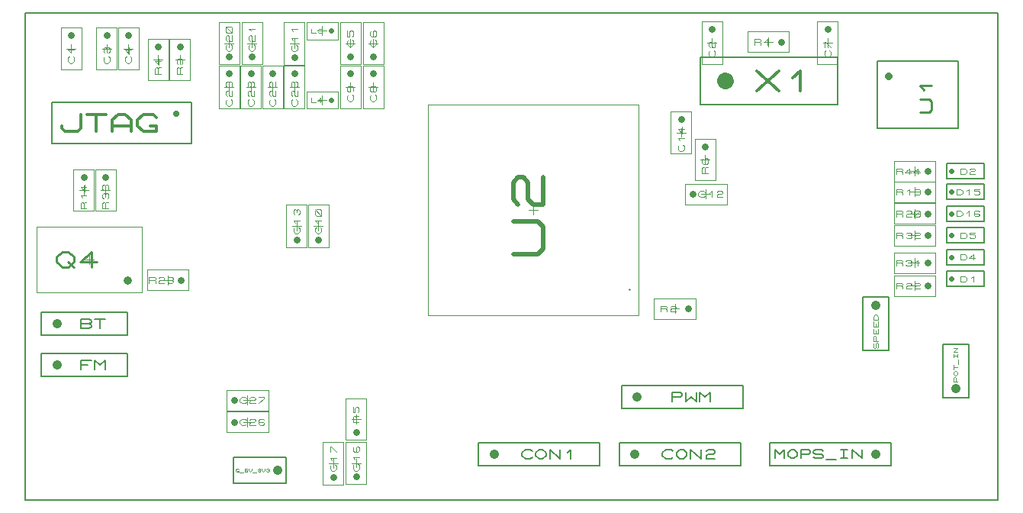
<source format=gbr>
G04 PROTEUS RS274X GERBER FILE*
%FSLAX45Y45*%
%MOMM*%
G01*
%ADD28C,0.203200*%
%ADD73C,0.152400*%
%ADD53C,1.016000*%
%ADD54C,0.071950*%
%ADD55C,0.158690*%
%ADD56C,0.172460*%
%ADD57C,0.053960*%
%ADD58C,0.711200*%
%ADD59C,0.311150*%
%ADD60C,0.050000*%
%ADD61C,0.558800*%
%ADD62C,0.074740*%
%ADD63C,0.891540*%
%ADD64C,0.286640*%
%ADD65C,0.721360*%
%ADD66C,0.107030*%
%ADD67C,0.110370*%
%ADD68C,1.828800*%
%ADD69C,0.355600*%
%ADD74C,0.609600*%
%ADD75C,0.103120*%
%ADD76C,0.228600*%
%ADD77C,0.547860*%
%ADD78C,0.127000*%
%ADD79C,0.812800*%
%ADD80C,0.219140*%
%ADD81C,0.086350*%
D28*
X-1079500Y-6413500D02*
X+9715500Y-6413500D01*
X+9715500Y-1016000D01*
X-1079500Y-1016000D01*
X-1079500Y-6413500D01*
D73*
X+9390380Y-4686250D02*
X+9100820Y-4686250D01*
X+9100820Y-5276750D01*
X+9390380Y-5276750D01*
X+9390380Y-4686250D01*
X+9100820Y-4686250D01*
X+9100820Y-5276750D01*
X+9390380Y-5276750D01*
X+9390380Y-4686250D01*
D53*
X+9245600Y-5181500D02*
X+9245600Y-5181500D01*
D54*
X+9267188Y-5098951D02*
X+9224013Y-5098951D01*
X+9224013Y-5058475D01*
X+9231209Y-5050380D01*
X+9238405Y-5050380D01*
X+9245600Y-5058475D01*
X+9245600Y-5098951D01*
X+9238405Y-5034189D02*
X+9224013Y-5017999D01*
X+9224013Y-5001808D01*
X+9238405Y-4985618D01*
X+9252796Y-4985618D01*
X+9267188Y-5001808D01*
X+9267188Y-5017999D01*
X+9252796Y-5034189D01*
X+9238405Y-5034189D01*
X+9224013Y-4969427D02*
X+9224013Y-4920856D01*
X+9224013Y-4945142D02*
X+9267188Y-4945142D01*
X+9274384Y-4904665D02*
X+9274384Y-4856094D01*
X+9224013Y-4831808D02*
X+9224013Y-4799427D01*
X+9224013Y-4815618D02*
X+9267188Y-4815618D01*
X+9267188Y-4831808D02*
X+9267188Y-4799427D01*
X+9267188Y-4775141D02*
X+9224013Y-4775141D01*
X+9267188Y-4726570D01*
X+9224013Y-4726570D01*
D73*
X+8530870Y-6030900D02*
X+8530870Y-5779440D01*
X+7182130Y-5779440D01*
X+7182130Y-6030900D01*
X+8530870Y-6030900D01*
X+8530870Y-5779440D01*
X+7182130Y-5779440D01*
X+7182130Y-6030900D01*
X+8530870Y-6030900D01*
D53*
X+8356500Y-5905500D02*
X+8356500Y-5905500D01*
D55*
X+7240218Y-5952778D02*
X+7240218Y-5857561D01*
X+7293777Y-5905170D01*
X+7347336Y-5857561D01*
X+7347336Y-5952778D01*
X+7383043Y-5889300D02*
X+7418749Y-5857561D01*
X+7454455Y-5857561D01*
X+7490161Y-5889300D01*
X+7490161Y-5921039D01*
X+7454455Y-5952778D01*
X+7418749Y-5952778D01*
X+7383043Y-5921039D01*
X+7383043Y-5889300D01*
X+7525868Y-5952778D02*
X+7525868Y-5857561D01*
X+7615133Y-5857561D01*
X+7632986Y-5873431D01*
X+7632986Y-5889300D01*
X+7615133Y-5905170D01*
X+7525868Y-5905170D01*
X+7668693Y-5936909D02*
X+7686546Y-5952778D01*
X+7757958Y-5952778D01*
X+7775811Y-5936909D01*
X+7775811Y-5921039D01*
X+7757958Y-5905170D01*
X+7686546Y-5905170D01*
X+7668693Y-5889300D01*
X+7668693Y-5873431D01*
X+7686546Y-5857561D01*
X+7757958Y-5857561D01*
X+7775811Y-5873431D01*
X+7811518Y-5968648D02*
X+7918636Y-5968648D01*
X+7972196Y-5857561D02*
X+8043608Y-5857561D01*
X+8007902Y-5857561D02*
X+8007902Y-5952778D01*
X+7972196Y-5952778D02*
X+8043608Y-5952778D01*
X+8097168Y-5952778D02*
X+8097168Y-5857561D01*
X+8204286Y-5952778D01*
X+8204286Y-5857561D01*
D73*
X+3950130Y-5780100D02*
X+3950130Y-6031560D01*
X+5298870Y-6031560D01*
X+5298870Y-5780100D01*
X+3950130Y-5780100D01*
X+3950130Y-6031560D01*
X+5298870Y-6031560D01*
X+5298870Y-5780100D01*
X+3950130Y-5780100D01*
D53*
X+4124500Y-5905500D02*
X+4124500Y-5905500D01*
D56*
X+4546871Y-5940324D02*
X+4527468Y-5957570D01*
X+4469261Y-5957570D01*
X+4430457Y-5923077D01*
X+4430457Y-5888584D01*
X+4469261Y-5854091D01*
X+4527468Y-5854091D01*
X+4546871Y-5871337D01*
X+4585676Y-5888584D02*
X+4624480Y-5854091D01*
X+4663285Y-5854091D01*
X+4702090Y-5888584D01*
X+4702090Y-5923077D01*
X+4663285Y-5957570D01*
X+4624480Y-5957570D01*
X+4585676Y-5923077D01*
X+4585676Y-5888584D01*
X+4740895Y-5957570D02*
X+4740895Y-5854091D01*
X+4857309Y-5957570D01*
X+4857309Y-5854091D01*
X+4934918Y-5888584D02*
X+4973723Y-5854091D01*
X+4973723Y-5957570D01*
D73*
X+5512130Y-5780100D02*
X+5512130Y-6031560D01*
X+6860870Y-6031560D01*
X+6860870Y-5780100D01*
X+5512130Y-5780100D01*
X+5512130Y-6031560D01*
X+6860870Y-6031560D01*
X+6860870Y-5780100D01*
X+5512130Y-5780100D01*
D53*
X+5686500Y-5905500D02*
X+5686500Y-5905500D01*
D56*
X+6108871Y-5940324D02*
X+6089468Y-5957570D01*
X+6031261Y-5957570D01*
X+5992457Y-5923077D01*
X+5992457Y-5888584D01*
X+6031261Y-5854091D01*
X+6089468Y-5854091D01*
X+6108871Y-5871337D01*
X+6147676Y-5888584D02*
X+6186480Y-5854091D01*
X+6225285Y-5854091D01*
X+6264090Y-5888584D01*
X+6264090Y-5923077D01*
X+6225285Y-5957570D01*
X+6186480Y-5957570D01*
X+6147676Y-5923077D01*
X+6147676Y-5888584D01*
X+6302895Y-5957570D02*
X+6302895Y-5854091D01*
X+6419309Y-5957570D01*
X+6419309Y-5854091D01*
X+6477516Y-5871337D02*
X+6496918Y-5854091D01*
X+6555125Y-5854091D01*
X+6574528Y-5871337D01*
X+6574528Y-5888584D01*
X+6555125Y-5905830D01*
X+6496918Y-5905830D01*
X+6477516Y-5923077D01*
X+6477516Y-5957570D01*
X+6574528Y-5957570D01*
D73*
X+5537630Y-5145100D02*
X+5537630Y-5396560D01*
X+6886370Y-5396560D01*
X+6886370Y-5145100D01*
X+5537630Y-5145100D01*
X+5537630Y-5396560D01*
X+6886370Y-5396560D01*
X+6886370Y-5145100D01*
X+5537630Y-5145100D01*
D53*
X+5712000Y-5270500D02*
X+5712000Y-5270500D01*
D56*
X+6095567Y-5322570D02*
X+6095567Y-5219091D01*
X+6192578Y-5219091D01*
X+6211981Y-5236337D01*
X+6211981Y-5253584D01*
X+6192578Y-5270830D01*
X+6095567Y-5270830D01*
X+6250786Y-5219091D02*
X+6250786Y-5322570D01*
X+6308993Y-5270830D01*
X+6367200Y-5322570D01*
X+6367200Y-5219091D01*
X+6406005Y-5322570D02*
X+6406005Y-5219091D01*
X+6464212Y-5270830D01*
X+6522419Y-5219091D01*
X+6522419Y-5322570D01*
D73*
X+1227735Y-5941612D02*
X+1227735Y-6231172D01*
X+1818235Y-6231172D01*
X+1818235Y-5941612D01*
X+1227735Y-5941612D01*
X+1227735Y-6231172D01*
X+1818235Y-6231172D01*
X+1818235Y-5941612D01*
X+1227735Y-5941612D01*
D53*
X+1722985Y-6086392D02*
X+1722985Y-6086392D01*
D57*
X+1276151Y-6091789D02*
X+1288294Y-6091789D01*
X+1288294Y-6102583D01*
X+1264008Y-6102583D01*
X+1251866Y-6091789D01*
X+1251866Y-6080996D01*
X+1264008Y-6070202D01*
X+1282222Y-6070202D01*
X+1288294Y-6075599D01*
X+1300437Y-6107980D02*
X+1336865Y-6107980D01*
X+1385436Y-6070202D02*
X+1355079Y-6070202D01*
X+1355079Y-6080996D01*
X+1379364Y-6080996D01*
X+1385436Y-6086392D01*
X+1385436Y-6097186D01*
X+1379364Y-6102583D01*
X+1361150Y-6102583D01*
X+1355079Y-6097186D01*
X+1397579Y-6070202D02*
X+1397579Y-6086392D01*
X+1415793Y-6102583D01*
X+1434007Y-6086392D01*
X+1434007Y-6070202D01*
X+1446150Y-6107980D02*
X+1482578Y-6107980D01*
X+1500792Y-6075599D02*
X+1506863Y-6070202D01*
X+1525077Y-6070202D01*
X+1531149Y-6075599D01*
X+1531149Y-6080996D01*
X+1525077Y-6086392D01*
X+1531149Y-6091789D01*
X+1531149Y-6097186D01*
X+1525077Y-6102583D01*
X+1506863Y-6102583D01*
X+1500792Y-6097186D01*
X+1512935Y-6086392D02*
X+1525077Y-6086392D01*
X+1543292Y-6070202D02*
X+1543292Y-6086392D01*
X+1561506Y-6102583D01*
X+1579720Y-6086392D01*
X+1579720Y-6070202D01*
X+1597934Y-6075599D02*
X+1604005Y-6070202D01*
X+1622219Y-6070202D01*
X+1628291Y-6075599D01*
X+1628291Y-6080996D01*
X+1622219Y-6086392D01*
X+1628291Y-6091789D01*
X+1628291Y-6097186D01*
X+1622219Y-6102583D01*
X+1604005Y-6102583D01*
X+1597934Y-6097186D01*
X+1610077Y-6086392D02*
X+1622219Y-6086392D01*
D73*
X+768400Y-2457120D02*
X+768400Y-2007540D01*
X-781000Y-2007540D01*
X-781000Y-2457120D01*
X+768400Y-2457120D01*
X+768400Y-2007540D01*
X-781000Y-2007540D01*
X-781000Y-2457120D01*
X+768400Y-2457120D01*
D58*
X+593700Y-2133600D02*
X+593700Y-2133600D01*
D59*
X-675310Y-2263445D02*
X-675310Y-2294560D01*
X-640306Y-2325675D01*
X-500289Y-2325675D01*
X-465284Y-2294560D01*
X-465284Y-2138985D01*
X-395275Y-2138985D02*
X-185249Y-2138985D01*
X-290262Y-2138985D02*
X-290262Y-2325675D01*
X-115240Y-2325675D02*
X-115240Y-2201215D01*
X-45232Y-2138985D01*
X+24777Y-2138985D01*
X+94786Y-2201215D01*
X+94786Y-2325675D01*
X-115240Y-2263445D02*
X+94786Y-2263445D01*
X+304812Y-2263445D02*
X+374821Y-2263445D01*
X+374821Y-2325675D01*
X+234803Y-2325675D01*
X+164795Y-2263445D01*
X+164795Y-2201215D01*
X+234803Y-2138985D01*
X+339816Y-2138985D01*
X+374821Y-2170100D01*
D60*
X+2390900Y-1116300D02*
X+2040900Y-1116300D01*
X+2040900Y-1306300D01*
X+2390900Y-1306300D01*
X+2390900Y-1116300D01*
X+2215900Y-1261300D02*
X+2215900Y-1161300D01*
X+2165900Y-1211300D02*
X+2265900Y-1211300D01*
D61*
X+2310900Y-1211300D02*
X+2310900Y-1211300D01*
D62*
X+2093409Y-1188877D02*
X+2093409Y-1233724D01*
X+2143862Y-1233724D01*
X+2169088Y-1196351D02*
X+2177497Y-1188877D01*
X+2202724Y-1188877D01*
X+2211133Y-1196351D01*
X+2211133Y-1203826D01*
X+2202724Y-1211300D01*
X+2211133Y-1218775D01*
X+2211133Y-1226250D01*
X+2202724Y-1233724D01*
X+2177497Y-1233724D01*
X+2169088Y-1226250D01*
X+2185906Y-1211300D02*
X+2202724Y-1211300D01*
D60*
X+2391400Y-1883100D02*
X+2041400Y-1883100D01*
X+2041400Y-2073100D01*
X+2391400Y-2073100D01*
X+2391400Y-1883100D01*
X+2216400Y-2028100D02*
X+2216400Y-1928100D01*
X+2166400Y-1978100D02*
X+2266400Y-1978100D01*
D61*
X+2311400Y-1978100D02*
X+2311400Y-1978100D01*
D62*
X+2093909Y-1955677D02*
X+2093909Y-2000524D01*
X+2144362Y-2000524D01*
X+2211633Y-1985575D02*
X+2161180Y-1985575D01*
X+2194815Y-1955677D01*
X+2194815Y-2000524D01*
D60*
X+215800Y-3380900D02*
X-954200Y-3380900D01*
X-954200Y-4110900D01*
X+215800Y-4110900D01*
X+215800Y-3380900D01*
X-369200Y-3795900D02*
X-369200Y-3695900D01*
X-419200Y-3745900D02*
X-319200Y-3745900D01*
D63*
X+50800Y-3973900D02*
X+50800Y-3973900D01*
D64*
X-733217Y-3717236D02*
X-668723Y-3659907D01*
X-604228Y-3659907D01*
X-539734Y-3717236D01*
X-539734Y-3774564D01*
X-604228Y-3831893D01*
X-668723Y-3831893D01*
X-733217Y-3774564D01*
X-733217Y-3717236D01*
X-604228Y-3774564D02*
X-539734Y-3831893D01*
X-281756Y-3774564D02*
X-475239Y-3774564D01*
X-346250Y-3659907D01*
X-346250Y-3831893D01*
D60*
X+520000Y-1301400D02*
X+520000Y-1761400D01*
X+750000Y-1761400D01*
X+750000Y-1301400D01*
X+520000Y-1301400D01*
X+685000Y-1531400D02*
X+585000Y-1531400D01*
X+635000Y-1581400D02*
X+635000Y-1481400D01*
D65*
X+635000Y-1386400D02*
X+635000Y-1386400D01*
D66*
X+667111Y-1689517D02*
X+602889Y-1689517D01*
X+602889Y-1629309D01*
X+613593Y-1617268D01*
X+624296Y-1617268D01*
X+635000Y-1629309D01*
X+635000Y-1689517D01*
X+635000Y-1629309D02*
X+645704Y-1617268D01*
X+667111Y-1617268D01*
X+613593Y-1581143D02*
X+602889Y-1569101D01*
X+602889Y-1532976D01*
X+613593Y-1520935D01*
X+624296Y-1520935D01*
X+635000Y-1532976D01*
X+645704Y-1520935D01*
X+656407Y-1520935D01*
X+667111Y-1532976D01*
X+667111Y-1569101D01*
X+656407Y-1581143D01*
X+635000Y-1557060D02*
X+635000Y-1532976D01*
D60*
X+278700Y-1301400D02*
X+278700Y-1761400D01*
X+508700Y-1761400D01*
X+508700Y-1301400D01*
X+278700Y-1301400D01*
X+443700Y-1531400D02*
X+343700Y-1531400D01*
X+393700Y-1581400D02*
X+393700Y-1481400D01*
D65*
X+393700Y-1386400D02*
X+393700Y-1386400D01*
D66*
X+425811Y-1689517D02*
X+361589Y-1689517D01*
X+361589Y-1629309D01*
X+372293Y-1617268D01*
X+382996Y-1617268D01*
X+393700Y-1629309D01*
X+393700Y-1689517D01*
X+393700Y-1629309D02*
X+404404Y-1617268D01*
X+425811Y-1617268D01*
X+404404Y-1520935D02*
X+404404Y-1593184D01*
X+361589Y-1545018D01*
X+425811Y-1545018D01*
D60*
X-546800Y-2747100D02*
X-546800Y-3207100D01*
X-316800Y-3207100D01*
X-316800Y-2747100D01*
X-546800Y-2747100D01*
X-381800Y-2977100D02*
X-481800Y-2977100D01*
X-431800Y-3027100D02*
X-431800Y-2927100D01*
D65*
X-431800Y-2832100D02*
X-431800Y-2832100D01*
D66*
X-399689Y-3183383D02*
X-463911Y-3183383D01*
X-463911Y-3123175D01*
X-453207Y-3111134D01*
X-442504Y-3111134D01*
X-431800Y-3123175D01*
X-431800Y-3183383D01*
X-431800Y-3123175D02*
X-421096Y-3111134D01*
X-399689Y-3111134D01*
X-442504Y-3062967D02*
X-463911Y-3038884D01*
X-399689Y-3038884D01*
X-421096Y-2918468D02*
X-421096Y-2990717D01*
X-463911Y-2942551D01*
X-399689Y-2942551D01*
D60*
X-305500Y-2747100D02*
X-305500Y-3207100D01*
X-75500Y-3207100D01*
X-75500Y-2747100D01*
X-305500Y-2747100D01*
X-140500Y-2977100D02*
X-240500Y-2977100D01*
X-190500Y-3027100D02*
X-190500Y-2927100D01*
D65*
X-190500Y-2832100D02*
X-190500Y-2832100D01*
D66*
X-158389Y-3183383D02*
X-222611Y-3183383D01*
X-222611Y-3123175D01*
X-211907Y-3111134D01*
X-201204Y-3111134D01*
X-190500Y-3123175D01*
X-190500Y-3183383D01*
X-190500Y-3123175D02*
X-179796Y-3111134D01*
X-158389Y-3111134D01*
X-211907Y-3075009D02*
X-222611Y-3062967D01*
X-222611Y-3026842D01*
X-211907Y-3014801D01*
X-201204Y-3014801D01*
X-190500Y-3026842D01*
X-179796Y-3014801D01*
X-169093Y-3014801D01*
X-158389Y-3026842D01*
X-158389Y-3062967D01*
X-169093Y-3075009D01*
X-190500Y-3050926D02*
X-190500Y-3026842D01*
X-211907Y-2978676D02*
X-222611Y-2966634D01*
X-222611Y-2930509D01*
X-211907Y-2918468D01*
X-201204Y-2918468D01*
X-190500Y-2930509D01*
X-179796Y-2918468D01*
X-169093Y-2918468D01*
X-158389Y-2930509D01*
X-158389Y-2966634D01*
X-169093Y-2978676D01*
X-190500Y-2954593D02*
X-190500Y-2930509D01*
D60*
X-686500Y-1172300D02*
X-686500Y-1642300D01*
X-456500Y-1642300D01*
X-456500Y-1172300D01*
X-686500Y-1172300D01*
X-521500Y-1407300D02*
X-621500Y-1407300D01*
X-571500Y-1457300D02*
X-571500Y-1357300D01*
D65*
X-571500Y-1257300D02*
X-571500Y-1257300D01*
D67*
X-549426Y-1493918D02*
X-538389Y-1506334D01*
X-538389Y-1543584D01*
X-560463Y-1568417D01*
X-582537Y-1568417D01*
X-604611Y-1543584D01*
X-604611Y-1506334D01*
X-593574Y-1493918D01*
X-582537Y-1444251D02*
X-604611Y-1419418D01*
X-538389Y-1419418D01*
D60*
X-292800Y-1172300D02*
X-292800Y-1642300D01*
X-62800Y-1642300D01*
X-62800Y-1172300D01*
X-292800Y-1172300D01*
X-127800Y-1407300D02*
X-227800Y-1407300D01*
X-177800Y-1457300D02*
X-177800Y-1357300D01*
D65*
X-177800Y-1257300D02*
X-177800Y-1257300D01*
D67*
X-155726Y-1493918D02*
X-144689Y-1506334D01*
X-144689Y-1543584D01*
X-166763Y-1568417D01*
X-188837Y-1568417D01*
X-210911Y-1543584D01*
X-210911Y-1506334D01*
X-199874Y-1493918D01*
X-199874Y-1456668D02*
X-210911Y-1444251D01*
X-210911Y-1407001D01*
X-199874Y-1394585D01*
X-188837Y-1394585D01*
X-177800Y-1407001D01*
X-166763Y-1394585D01*
X-155726Y-1394585D01*
X-144689Y-1407001D01*
X-144689Y-1444251D01*
X-155726Y-1456668D01*
X-177800Y-1431835D02*
X-177800Y-1407001D01*
D60*
X-51500Y-1172300D02*
X-51500Y-1642300D01*
X+178500Y-1642300D01*
X+178500Y-1172300D01*
X-51500Y-1172300D01*
X+113500Y-1407300D02*
X+13500Y-1407300D01*
X+63500Y-1457300D02*
X+63500Y-1357300D01*
D65*
X+63500Y-1257300D02*
X+63500Y-1257300D01*
D67*
X+85574Y-1493918D02*
X+96611Y-1506334D01*
X+96611Y-1543584D01*
X+74537Y-1568417D01*
X+52463Y-1568417D01*
X+30389Y-1543584D01*
X+30389Y-1506334D01*
X+41426Y-1493918D01*
X+74537Y-1394585D02*
X+74537Y-1469084D01*
X+30389Y-1419418D01*
X+96611Y-1419418D01*
D60*
X+730600Y-3860100D02*
X+270600Y-3860100D01*
X+270600Y-4090100D01*
X+730600Y-4090100D01*
X+730600Y-3860100D01*
X+500600Y-4025100D02*
X+500600Y-3925100D01*
X+450600Y-3975100D02*
X+550600Y-3975100D01*
D65*
X+645600Y-3975100D02*
X+645600Y-3975100D01*
D66*
X+294317Y-4007211D02*
X+294317Y-3942989D01*
X+354525Y-3942989D01*
X+366566Y-3953693D01*
X+366566Y-3964396D01*
X+354525Y-3975100D01*
X+294317Y-3975100D01*
X+354525Y-3975100D02*
X+366566Y-3985804D01*
X+366566Y-4007211D01*
X+402691Y-3953693D02*
X+414733Y-3942989D01*
X+450858Y-3942989D01*
X+462899Y-3953693D01*
X+462899Y-3964396D01*
X+450858Y-3975100D01*
X+414733Y-3975100D01*
X+402691Y-3985804D01*
X+402691Y-4007211D01*
X+462899Y-4007211D01*
X+511066Y-3975100D02*
X+499024Y-3964396D01*
X+499024Y-3953693D01*
X+511066Y-3942989D01*
X+547191Y-3942989D01*
X+559232Y-3953693D01*
X+559232Y-3964396D01*
X+547191Y-3975100D01*
X+511066Y-3975100D01*
X+499024Y-3985804D01*
X+499024Y-3996507D01*
X+511066Y-4007211D01*
X+547191Y-4007211D01*
X+559232Y-3996507D01*
X+559232Y-3985804D01*
X+547191Y-3975100D01*
D60*
X+2642300Y-1583600D02*
X+2642300Y-1113600D01*
X+2412300Y-1113600D01*
X+2412300Y-1583600D01*
X+2642300Y-1583600D01*
X+2477300Y-1348600D02*
X+2577300Y-1348600D01*
X+2527300Y-1298600D02*
X+2527300Y-1398600D01*
D65*
X+2527300Y-1498600D02*
X+2527300Y-1498600D01*
D67*
X+2549374Y-1311650D02*
X+2560411Y-1324066D01*
X+2560411Y-1361316D01*
X+2538337Y-1386149D01*
X+2516263Y-1386149D01*
X+2494189Y-1361316D01*
X+2494189Y-1324066D01*
X+2505226Y-1311650D01*
X+2494189Y-1212317D02*
X+2494189Y-1274400D01*
X+2516263Y-1274400D01*
X+2516263Y-1224733D01*
X+2527300Y-1212317D01*
X+2549374Y-1212317D01*
X+2560411Y-1224733D01*
X+2560411Y-1261983D01*
X+2549374Y-1274400D01*
D60*
X+2896300Y-1583600D02*
X+2896300Y-1113600D01*
X+2666300Y-1113600D01*
X+2666300Y-1583600D01*
X+2896300Y-1583600D01*
X+2731300Y-1348600D02*
X+2831300Y-1348600D01*
X+2781300Y-1298600D02*
X+2781300Y-1398600D01*
D65*
X+2781300Y-1498600D02*
X+2781300Y-1498600D01*
D67*
X+2803374Y-1311650D02*
X+2814411Y-1324066D01*
X+2814411Y-1361316D01*
X+2792337Y-1386149D01*
X+2770263Y-1386149D01*
X+2748189Y-1361316D01*
X+2748189Y-1324066D01*
X+2759226Y-1311650D01*
X+2759226Y-1212317D02*
X+2748189Y-1224733D01*
X+2748189Y-1261983D01*
X+2759226Y-1274400D01*
X+2803374Y-1274400D01*
X+2814411Y-1261983D01*
X+2814411Y-1224733D01*
X+2803374Y-1212317D01*
X+2792337Y-1212317D01*
X+2781300Y-1224733D01*
X+2781300Y-1274400D01*
D60*
X+2666300Y-1601000D02*
X+2666300Y-2071000D01*
X+2896300Y-2071000D01*
X+2896300Y-1601000D01*
X+2666300Y-1601000D01*
X+2831300Y-1836000D02*
X+2731300Y-1836000D01*
X+2781300Y-1886000D02*
X+2781300Y-1786000D01*
D65*
X+2781300Y-1686000D02*
X+2781300Y-1686000D01*
D67*
X+2803374Y-1922618D02*
X+2814411Y-1935034D01*
X+2814411Y-1972284D01*
X+2792337Y-1997117D01*
X+2770263Y-1997117D01*
X+2748189Y-1972284D01*
X+2748189Y-1935034D01*
X+2759226Y-1922618D01*
X+2781300Y-1872951D02*
X+2770263Y-1885368D01*
X+2759226Y-1885368D01*
X+2748189Y-1872951D01*
X+2748189Y-1835701D01*
X+2759226Y-1823285D01*
X+2770263Y-1823285D01*
X+2781300Y-1835701D01*
X+2781300Y-1872951D01*
X+2792337Y-1885368D01*
X+2803374Y-1885368D01*
X+2814411Y-1872951D01*
X+2814411Y-1835701D01*
X+2803374Y-1823285D01*
X+2792337Y-1823285D01*
X+2781300Y-1835701D01*
D60*
X+2412300Y-1601000D02*
X+2412300Y-2071000D01*
X+2642300Y-2071000D01*
X+2642300Y-1601000D01*
X+2412300Y-1601000D01*
X+2577300Y-1836000D02*
X+2477300Y-1836000D01*
X+2527300Y-1886000D02*
X+2527300Y-1786000D01*
D65*
X+2527300Y-1686000D02*
X+2527300Y-1686000D01*
D67*
X+2549374Y-1922618D02*
X+2560411Y-1935034D01*
X+2560411Y-1972284D01*
X+2538337Y-1997117D01*
X+2516263Y-1997117D01*
X+2494189Y-1972284D01*
X+2494189Y-1935034D01*
X+2505226Y-1922618D01*
X+2516263Y-1823285D02*
X+2527300Y-1835701D01*
X+2527300Y-1872951D01*
X+2516263Y-1885368D01*
X+2505226Y-1885368D01*
X+2494189Y-1872951D01*
X+2494189Y-1835701D01*
X+2505226Y-1823285D01*
X+2549374Y-1823285D01*
X+2560411Y-1835701D01*
X+2560411Y-1872951D01*
D60*
X+2286700Y-3610800D02*
X+2286700Y-3140800D01*
X+2056700Y-3140800D01*
X+2056700Y-3610800D01*
X+2286700Y-3610800D01*
X+2121700Y-3375800D02*
X+2221700Y-3375800D01*
X+2171700Y-3325800D02*
X+2171700Y-3425800D01*
D65*
X+2171700Y-3525800D02*
X+2171700Y-3525800D01*
D67*
X+2193774Y-3388516D02*
X+2204811Y-3400932D01*
X+2204811Y-3438182D01*
X+2182737Y-3463015D01*
X+2160663Y-3463015D01*
X+2138589Y-3438182D01*
X+2138589Y-3400932D01*
X+2149626Y-3388516D01*
X+2160663Y-3338849D02*
X+2138589Y-3314016D01*
X+2204811Y-3314016D01*
X+2193774Y-3264349D02*
X+2149626Y-3264349D01*
X+2138589Y-3251933D01*
X+2138589Y-3202266D01*
X+2149626Y-3189850D01*
X+2193774Y-3189850D01*
X+2204811Y-3202266D01*
X+2204811Y-3251933D01*
X+2193774Y-3264349D01*
X+2204811Y-3264349D02*
X+2138589Y-3189850D01*
D60*
X+2020000Y-1588400D02*
X+2020000Y-1118400D01*
X+1790000Y-1118400D01*
X+1790000Y-1588400D01*
X+2020000Y-1588400D01*
X+1855000Y-1353400D02*
X+1955000Y-1353400D01*
X+1905000Y-1303400D02*
X+1905000Y-1403400D01*
D65*
X+1905000Y-1503400D02*
X+1905000Y-1503400D01*
D67*
X+1927074Y-1366116D02*
X+1938111Y-1378532D01*
X+1938111Y-1415782D01*
X+1916037Y-1440615D01*
X+1893963Y-1440615D01*
X+1871889Y-1415782D01*
X+1871889Y-1378532D01*
X+1882926Y-1366116D01*
X+1893963Y-1316449D02*
X+1871889Y-1291616D01*
X+1938111Y-1291616D01*
X+1893963Y-1217116D02*
X+1871889Y-1192283D01*
X+1938111Y-1192283D01*
D60*
X+6239600Y-3137600D02*
X+6709600Y-3137600D01*
X+6709600Y-2907600D01*
X+6239600Y-2907600D01*
X+6239600Y-3137600D01*
X+6474600Y-2972600D02*
X+6474600Y-3072600D01*
X+6524600Y-3022600D02*
X+6424600Y-3022600D01*
D65*
X+6324600Y-3022600D02*
X+6324600Y-3022600D01*
D67*
X+6461884Y-3044674D02*
X+6449468Y-3055711D01*
X+6412218Y-3055711D01*
X+6387385Y-3033637D01*
X+6387385Y-3011563D01*
X+6412218Y-2989489D01*
X+6449468Y-2989489D01*
X+6461884Y-3000526D01*
X+6511551Y-3011563D02*
X+6536384Y-2989489D01*
X+6536384Y-3055711D01*
X+6598467Y-3000526D02*
X+6610884Y-2989489D01*
X+6648134Y-2989489D01*
X+6660550Y-3000526D01*
X+6660550Y-3011563D01*
X+6648134Y-3022600D01*
X+6610884Y-3022600D01*
X+6598467Y-3033637D01*
X+6598467Y-3055711D01*
X+6660550Y-3055711D01*
D60*
X+2045400Y-3610800D02*
X+2045400Y-3140800D01*
X+1815400Y-3140800D01*
X+1815400Y-3610800D01*
X+2045400Y-3610800D01*
X+1880400Y-3375800D02*
X+1980400Y-3375800D01*
X+1930400Y-3325800D02*
X+1930400Y-3425800D01*
D65*
X+1930400Y-3525800D02*
X+1930400Y-3525800D01*
D67*
X+1952474Y-3388516D02*
X+1963511Y-3400932D01*
X+1963511Y-3438182D01*
X+1941437Y-3463015D01*
X+1919363Y-3463015D01*
X+1897289Y-3438182D01*
X+1897289Y-3400932D01*
X+1908326Y-3388516D01*
X+1919363Y-3338849D02*
X+1897289Y-3314016D01*
X+1963511Y-3314016D01*
X+1908326Y-3251933D02*
X+1897289Y-3239516D01*
X+1897289Y-3202266D01*
X+1908326Y-3189850D01*
X+1919363Y-3189850D01*
X+1930400Y-3202266D01*
X+1941437Y-3189850D01*
X+1952474Y-3189850D01*
X+1963511Y-3202266D01*
X+1963511Y-3239516D01*
X+1952474Y-3251933D01*
X+1930400Y-3227100D02*
X+1930400Y-3202266D01*
D60*
X+2705800Y-6239700D02*
X+2705800Y-5769700D01*
X+2475800Y-5769700D01*
X+2475800Y-6239700D01*
X+2705800Y-6239700D01*
X+2540800Y-6004700D02*
X+2640800Y-6004700D01*
X+2590800Y-5954700D02*
X+2590800Y-6054700D01*
D65*
X+2590800Y-6154700D02*
X+2590800Y-6154700D01*
D67*
X+2612874Y-6017416D02*
X+2623911Y-6029832D01*
X+2623911Y-6067082D01*
X+2601837Y-6091915D01*
X+2579763Y-6091915D01*
X+2557689Y-6067082D01*
X+2557689Y-6029832D01*
X+2568726Y-6017416D01*
X+2579763Y-5967749D02*
X+2557689Y-5942916D01*
X+2623911Y-5942916D01*
X+2568726Y-5818750D02*
X+2557689Y-5831166D01*
X+2557689Y-5868416D01*
X+2568726Y-5880833D01*
X+2612874Y-5880833D01*
X+2623911Y-5868416D01*
X+2623911Y-5831166D01*
X+2612874Y-5818750D01*
X+2601837Y-5818750D01*
X+2590800Y-5831166D01*
X+2590800Y-5880833D01*
D60*
X+2451800Y-6244500D02*
X+2451800Y-5774500D01*
X+2221800Y-5774500D01*
X+2221800Y-6244500D01*
X+2451800Y-6244500D01*
X+2286800Y-6009500D02*
X+2386800Y-6009500D01*
X+2336800Y-5959500D02*
X+2336800Y-6059500D01*
D65*
X+2336800Y-6159500D02*
X+2336800Y-6159500D01*
D67*
X+2358874Y-6022216D02*
X+2369911Y-6034632D01*
X+2369911Y-6071882D01*
X+2347837Y-6096715D01*
X+2325763Y-6096715D01*
X+2303689Y-6071882D01*
X+2303689Y-6034632D01*
X+2314726Y-6022216D01*
X+2325763Y-5972549D02*
X+2303689Y-5947716D01*
X+2369911Y-5947716D01*
X+2303689Y-5885633D02*
X+2303689Y-5823550D01*
X+2314726Y-5823550D01*
X+2369911Y-5885633D01*
D60*
X+1296100Y-1583600D02*
X+1296100Y-1113600D01*
X+1066100Y-1113600D01*
X+1066100Y-1583600D01*
X+1296100Y-1583600D01*
X+1131100Y-1348600D02*
X+1231100Y-1348600D01*
X+1181100Y-1298600D02*
X+1181100Y-1398600D01*
D65*
X+1181100Y-1498600D02*
X+1181100Y-1498600D01*
D67*
X+1203174Y-1361316D02*
X+1214211Y-1373732D01*
X+1214211Y-1410982D01*
X+1192137Y-1435815D01*
X+1170063Y-1435815D01*
X+1147989Y-1410982D01*
X+1147989Y-1373732D01*
X+1159026Y-1361316D01*
X+1159026Y-1324066D02*
X+1147989Y-1311649D01*
X+1147989Y-1274399D01*
X+1159026Y-1261983D01*
X+1170063Y-1261983D01*
X+1181100Y-1274399D01*
X+1181100Y-1311649D01*
X+1192137Y-1324066D01*
X+1214211Y-1324066D01*
X+1214211Y-1261983D01*
X+1203174Y-1237149D02*
X+1159026Y-1237149D01*
X+1147989Y-1224733D01*
X+1147989Y-1175066D01*
X+1159026Y-1162650D01*
X+1203174Y-1162650D01*
X+1214211Y-1175066D01*
X+1214211Y-1224733D01*
X+1203174Y-1237149D01*
X+1214211Y-1237149D02*
X+1147989Y-1162650D01*
D60*
X+1550100Y-1583600D02*
X+1550100Y-1113600D01*
X+1320100Y-1113600D01*
X+1320100Y-1583600D01*
X+1550100Y-1583600D01*
X+1385100Y-1348600D02*
X+1485100Y-1348600D01*
X+1435100Y-1298600D02*
X+1435100Y-1398600D01*
D65*
X+1435100Y-1498600D02*
X+1435100Y-1498600D01*
D67*
X+1457174Y-1361316D02*
X+1468211Y-1373732D01*
X+1468211Y-1410982D01*
X+1446137Y-1435815D01*
X+1424063Y-1435815D01*
X+1401989Y-1410982D01*
X+1401989Y-1373732D01*
X+1413026Y-1361316D01*
X+1413026Y-1324066D02*
X+1401989Y-1311649D01*
X+1401989Y-1274399D01*
X+1413026Y-1261983D01*
X+1424063Y-1261983D01*
X+1435100Y-1274399D01*
X+1435100Y-1311649D01*
X+1446137Y-1324066D01*
X+1468211Y-1324066D01*
X+1468211Y-1261983D01*
X+1424063Y-1212316D02*
X+1401989Y-1187483D01*
X+1468211Y-1187483D01*
D60*
X+1548700Y-1601000D02*
X+1548700Y-2071000D01*
X+1778700Y-2071000D01*
X+1778700Y-1601000D01*
X+1548700Y-1601000D01*
X+1713700Y-1836000D02*
X+1613700Y-1836000D01*
X+1663700Y-1886000D02*
X+1663700Y-1786000D01*
D65*
X+1663700Y-1686000D02*
X+1663700Y-1686000D01*
D67*
X+1685774Y-1972284D02*
X+1696811Y-1984700D01*
X+1696811Y-2021950D01*
X+1674737Y-2046783D01*
X+1652663Y-2046783D01*
X+1630589Y-2021950D01*
X+1630589Y-1984700D01*
X+1641626Y-1972284D01*
X+1641626Y-1935034D02*
X+1630589Y-1922617D01*
X+1630589Y-1885367D01*
X+1641626Y-1872951D01*
X+1652663Y-1872951D01*
X+1663700Y-1885367D01*
X+1663700Y-1922617D01*
X+1674737Y-1935034D01*
X+1696811Y-1935034D01*
X+1696811Y-1872951D01*
X+1641626Y-1835701D02*
X+1630589Y-1823284D01*
X+1630589Y-1786034D01*
X+1641626Y-1773618D01*
X+1652663Y-1773618D01*
X+1663700Y-1786034D01*
X+1663700Y-1823284D01*
X+1674737Y-1835701D01*
X+1696811Y-1835701D01*
X+1696811Y-1773618D01*
D60*
X+1790000Y-1601000D02*
X+1790000Y-2071000D01*
X+2020000Y-2071000D01*
X+2020000Y-1601000D01*
X+1790000Y-1601000D01*
X+1955000Y-1836000D02*
X+1855000Y-1836000D01*
X+1905000Y-1886000D02*
X+1905000Y-1786000D01*
D65*
X+1905000Y-1686000D02*
X+1905000Y-1686000D01*
D67*
X+1927074Y-1972284D02*
X+1938111Y-1984700D01*
X+1938111Y-2021950D01*
X+1916037Y-2046783D01*
X+1893963Y-2046783D01*
X+1871889Y-2021950D01*
X+1871889Y-1984700D01*
X+1882926Y-1972284D01*
X+1882926Y-1935034D02*
X+1871889Y-1922617D01*
X+1871889Y-1885367D01*
X+1882926Y-1872951D01*
X+1893963Y-1872951D01*
X+1905000Y-1885367D01*
X+1905000Y-1922617D01*
X+1916037Y-1935034D01*
X+1938111Y-1935034D01*
X+1938111Y-1872951D01*
X+1882926Y-1835701D02*
X+1871889Y-1823284D01*
X+1871889Y-1786034D01*
X+1882926Y-1773618D01*
X+1893963Y-1773618D01*
X+1905000Y-1786034D01*
X+1916037Y-1773618D01*
X+1927074Y-1773618D01*
X+1938111Y-1786034D01*
X+1938111Y-1823284D01*
X+1927074Y-1835701D01*
X+1905000Y-1810868D02*
X+1905000Y-1786034D01*
D60*
X+1151700Y-5664900D02*
X+1621700Y-5664900D01*
X+1621700Y-5434900D01*
X+1151700Y-5434900D01*
X+1151700Y-5664900D01*
X+1386700Y-5499900D02*
X+1386700Y-5599900D01*
X+1436700Y-5549900D02*
X+1336700Y-5549900D01*
D65*
X+1236700Y-5549900D02*
X+1236700Y-5549900D01*
D67*
X+1373984Y-5571974D02*
X+1361568Y-5583011D01*
X+1324318Y-5583011D01*
X+1299485Y-5560937D01*
X+1299485Y-5538863D01*
X+1324318Y-5516789D01*
X+1361568Y-5516789D01*
X+1373984Y-5527826D01*
X+1411234Y-5527826D02*
X+1423651Y-5516789D01*
X+1460901Y-5516789D01*
X+1473317Y-5527826D01*
X+1473317Y-5538863D01*
X+1460901Y-5549900D01*
X+1423651Y-5549900D01*
X+1411234Y-5560937D01*
X+1411234Y-5583011D01*
X+1473317Y-5583011D01*
X+1572650Y-5527826D02*
X+1560234Y-5516789D01*
X+1522984Y-5516789D01*
X+1510567Y-5527826D01*
X+1510567Y-5571974D01*
X+1522984Y-5583011D01*
X+1560234Y-5583011D01*
X+1572650Y-5571974D01*
X+1572650Y-5560937D01*
X+1560234Y-5549900D01*
X+1510567Y-5549900D01*
D60*
X+1151700Y-5423600D02*
X+1621700Y-5423600D01*
X+1621700Y-5193600D01*
X+1151700Y-5193600D01*
X+1151700Y-5423600D01*
X+1386700Y-5258600D02*
X+1386700Y-5358600D01*
X+1436700Y-5308600D02*
X+1336700Y-5308600D01*
D65*
X+1236700Y-5308600D02*
X+1236700Y-5308600D01*
D67*
X+1373984Y-5330674D02*
X+1361568Y-5341711D01*
X+1324318Y-5341711D01*
X+1299485Y-5319637D01*
X+1299485Y-5297563D01*
X+1324318Y-5275489D01*
X+1361568Y-5275489D01*
X+1373984Y-5286526D01*
X+1411234Y-5286526D02*
X+1423651Y-5275489D01*
X+1460901Y-5275489D01*
X+1473317Y-5286526D01*
X+1473317Y-5297563D01*
X+1460901Y-5308600D01*
X+1423651Y-5308600D01*
X+1411234Y-5319637D01*
X+1411234Y-5341711D01*
X+1473317Y-5341711D01*
X+1510567Y-5275489D02*
X+1572650Y-5275489D01*
X+1572650Y-5286526D01*
X+1510567Y-5341711D01*
D60*
X+6425500Y-1108800D02*
X+6425500Y-1578800D01*
X+6655500Y-1578800D01*
X+6655500Y-1108800D01*
X+6425500Y-1108800D01*
X+6590500Y-1343800D02*
X+6490500Y-1343800D01*
X+6540500Y-1393800D02*
X+6540500Y-1293800D01*
D65*
X+6540500Y-1193800D02*
X+6540500Y-1193800D01*
D67*
X+6562574Y-1430418D02*
X+6573611Y-1442834D01*
X+6573611Y-1480084D01*
X+6551537Y-1504917D01*
X+6529463Y-1504917D01*
X+6507389Y-1480084D01*
X+6507389Y-1442834D01*
X+6518426Y-1430418D01*
X+6518426Y-1393168D02*
X+6507389Y-1380751D01*
X+6507389Y-1343501D01*
X+6518426Y-1331085D01*
X+6529463Y-1331085D01*
X+6540500Y-1343501D01*
X+6540500Y-1380751D01*
X+6551537Y-1393168D01*
X+6573611Y-1393168D01*
X+6573611Y-1331085D01*
D60*
X+7708200Y-1108800D02*
X+7708200Y-1578800D01*
X+7938200Y-1578800D01*
X+7938200Y-1108800D01*
X+7708200Y-1108800D01*
X+7873200Y-1343800D02*
X+7773200Y-1343800D01*
X+7823200Y-1393800D02*
X+7823200Y-1293800D01*
D65*
X+7823200Y-1193800D02*
X+7823200Y-1193800D01*
D67*
X+7845274Y-1430418D02*
X+7856311Y-1442834D01*
X+7856311Y-1480084D01*
X+7834237Y-1504917D01*
X+7812163Y-1504917D01*
X+7790089Y-1480084D01*
X+7790089Y-1442834D01*
X+7801126Y-1430418D01*
X+7790089Y-1393168D02*
X+7790089Y-1331085D01*
X+7801126Y-1331085D01*
X+7856311Y-1393168D01*
D28*
X+6413500Y-2032000D02*
X+7937500Y-2032000D01*
X+7937500Y-1503680D01*
X+6413500Y-1503680D01*
X+6413500Y-2032000D01*
D68*
X+6692900Y-1765300D02*
X+6692900Y-1765300D01*
D69*
X+7040880Y-1661160D02*
X+7280910Y-1874520D01*
X+7040880Y-1874520D02*
X+7280910Y-1661160D01*
X+7440930Y-1732280D02*
X+7520940Y-1661160D01*
X+7520940Y-1874520D01*
D60*
X+7398100Y-1218500D02*
X+6938100Y-1218500D01*
X+6938100Y-1448500D01*
X+7398100Y-1448500D01*
X+7398100Y-1218500D01*
X+7168100Y-1383500D02*
X+7168100Y-1283500D01*
X+7118100Y-1333500D02*
X+7218100Y-1333500D01*
D65*
X+7313100Y-1333500D02*
X+7313100Y-1333500D01*
D66*
X+7009983Y-1365611D02*
X+7009983Y-1301389D01*
X+7070191Y-1301389D01*
X+7082232Y-1312093D01*
X+7082232Y-1322796D01*
X+7070191Y-1333500D01*
X+7009983Y-1333500D01*
X+7070191Y-1333500D02*
X+7082232Y-1344204D01*
X+7082232Y-1365611D01*
X+7130399Y-1322796D02*
X+7154482Y-1301389D01*
X+7154482Y-1365611D01*
D28*
X+9144000Y-4046220D02*
X+9560560Y-4046220D01*
X+9560560Y-3878580D01*
X+9144000Y-3878580D01*
X+9144000Y-4046220D01*
D74*
X+9194800Y-3962400D02*
X+9194800Y-3962400D01*
D75*
X+9300109Y-3993338D02*
X+9300109Y-3931463D01*
X+9346514Y-3931463D01*
X+9369717Y-3952088D01*
X+9369717Y-3972713D01*
X+9346514Y-3993338D01*
X+9300109Y-3993338D01*
X+9416122Y-3952088D02*
X+9439325Y-3931463D01*
X+9439325Y-3993338D01*
D28*
X+9144000Y-2852420D02*
X+9560560Y-2852420D01*
X+9560560Y-2684780D01*
X+9144000Y-2684780D01*
X+9144000Y-2852420D01*
D74*
X+9194800Y-2768600D02*
X+9194800Y-2768600D01*
D75*
X+9300109Y-2799538D02*
X+9300109Y-2737663D01*
X+9346514Y-2737663D01*
X+9369717Y-2758288D01*
X+9369717Y-2778913D01*
X+9346514Y-2799538D01*
X+9300109Y-2799538D01*
X+9404521Y-2747976D02*
X+9416122Y-2737663D01*
X+9450926Y-2737663D01*
X+9462528Y-2747976D01*
X+9462528Y-2758288D01*
X+9450926Y-2768600D01*
X+9416122Y-2768600D01*
X+9404521Y-2778913D01*
X+9404521Y-2799538D01*
X+9462528Y-2799538D01*
D28*
X+9144000Y-3804920D02*
X+9560560Y-3804920D01*
X+9560560Y-3637280D01*
X+9144000Y-3637280D01*
X+9144000Y-3804920D01*
D74*
X+9194800Y-3721100D02*
X+9194800Y-3721100D01*
D75*
X+9300109Y-3752038D02*
X+9300109Y-3690163D01*
X+9346514Y-3690163D01*
X+9369717Y-3710788D01*
X+9369717Y-3731413D01*
X+9346514Y-3752038D01*
X+9300109Y-3752038D01*
X+9462528Y-3731413D02*
X+9392920Y-3731413D01*
X+9439325Y-3690163D01*
X+9439325Y-3752038D01*
D28*
X+9144000Y-3563620D02*
X+9560560Y-3563620D01*
X+9560560Y-3395980D01*
X+9144000Y-3395980D01*
X+9144000Y-3563620D01*
D74*
X+9194800Y-3479800D02*
X+9194800Y-3479800D01*
D75*
X+9300109Y-3510738D02*
X+9300109Y-3448863D01*
X+9346514Y-3448863D01*
X+9369717Y-3469488D01*
X+9369717Y-3490113D01*
X+9346514Y-3510738D01*
X+9300109Y-3510738D01*
X+9462528Y-3448863D02*
X+9404521Y-3448863D01*
X+9404521Y-3469488D01*
X+9450926Y-3469488D01*
X+9462528Y-3479800D01*
X+9462528Y-3500425D01*
X+9450926Y-3510738D01*
X+9416122Y-3510738D01*
X+9404521Y-3500425D01*
D28*
X+9144000Y-3081020D02*
X+9560560Y-3081020D01*
X+9560560Y-2913380D01*
X+9144000Y-2913380D01*
X+9144000Y-3081020D01*
D74*
X+9194800Y-2997200D02*
X+9194800Y-2997200D01*
D75*
X+9253704Y-3028138D02*
X+9253704Y-2966263D01*
X+9300109Y-2966263D01*
X+9323312Y-2986888D01*
X+9323312Y-3007513D01*
X+9300109Y-3028138D01*
X+9253704Y-3028138D01*
X+9369717Y-2986888D02*
X+9392920Y-2966263D01*
X+9392920Y-3028138D01*
X+9508934Y-2966263D02*
X+9450927Y-2966263D01*
X+9450927Y-2986888D01*
X+9497332Y-2986888D01*
X+9508934Y-2997200D01*
X+9508934Y-3017825D01*
X+9497332Y-3028138D01*
X+9462528Y-3028138D01*
X+9450927Y-3017825D01*
D28*
X+9144000Y-3322320D02*
X+9560560Y-3322320D01*
X+9560560Y-3154680D01*
X+9144000Y-3154680D01*
X+9144000Y-3322320D01*
D74*
X+9194800Y-3238500D02*
X+9194800Y-3238500D01*
D75*
X+9253704Y-3269438D02*
X+9253704Y-3207563D01*
X+9300109Y-3207563D01*
X+9323312Y-3228188D01*
X+9323312Y-3248813D01*
X+9300109Y-3269438D01*
X+9253704Y-3269438D01*
X+9369717Y-3228188D02*
X+9392920Y-3207563D01*
X+9392920Y-3269438D01*
X+9508934Y-3217876D02*
X+9497332Y-3207563D01*
X+9462528Y-3207563D01*
X+9450927Y-3217876D01*
X+9450927Y-3259125D01*
X+9462528Y-3269438D01*
X+9497332Y-3269438D01*
X+9508934Y-3259125D01*
X+9508934Y-3248813D01*
X+9497332Y-3238500D01*
X+9450927Y-3238500D01*
D60*
X+9023260Y-2882200D02*
X+8563260Y-2882200D01*
X+8563260Y-3112200D01*
X+9023260Y-3112200D01*
X+9023260Y-2882200D01*
X+8793260Y-3047200D02*
X+8793260Y-2947200D01*
X+8743260Y-2997200D02*
X+8843260Y-2997200D01*
D65*
X+8938260Y-2997200D02*
X+8938260Y-2997200D01*
D66*
X+8586977Y-3029311D02*
X+8586977Y-2965089D01*
X+8647185Y-2965089D01*
X+8659226Y-2975793D01*
X+8659226Y-2986496D01*
X+8647185Y-2997200D01*
X+8586977Y-2997200D01*
X+8647185Y-2997200D02*
X+8659226Y-3007904D01*
X+8659226Y-3029311D01*
X+8707393Y-2986496D02*
X+8731476Y-2965089D01*
X+8731476Y-3029311D01*
X+8851892Y-2986496D02*
X+8839851Y-2997200D01*
X+8803726Y-2997200D01*
X+8791684Y-2986496D01*
X+8791684Y-2975793D01*
X+8803726Y-2965089D01*
X+8839851Y-2965089D01*
X+8851892Y-2975793D01*
X+8851892Y-3018607D01*
X+8839851Y-3029311D01*
X+8803726Y-3029311D01*
D60*
X+9023260Y-3123500D02*
X+8563260Y-3123500D01*
X+8563260Y-3353500D01*
X+9023260Y-3353500D01*
X+9023260Y-3123500D01*
X+8793260Y-3288500D02*
X+8793260Y-3188500D01*
X+8743260Y-3238500D02*
X+8843260Y-3238500D01*
D65*
X+8938260Y-3238500D02*
X+8938260Y-3238500D01*
D66*
X+8586977Y-3270611D02*
X+8586977Y-3206389D01*
X+8647185Y-3206389D01*
X+8659226Y-3217093D01*
X+8659226Y-3227796D01*
X+8647185Y-3238500D01*
X+8586977Y-3238500D01*
X+8647185Y-3238500D02*
X+8659226Y-3249204D01*
X+8659226Y-3270611D01*
X+8695351Y-3217093D02*
X+8707393Y-3206389D01*
X+8743518Y-3206389D01*
X+8755559Y-3217093D01*
X+8755559Y-3227796D01*
X+8743518Y-3238500D01*
X+8707393Y-3238500D01*
X+8695351Y-3249204D01*
X+8695351Y-3270611D01*
X+8755559Y-3270611D01*
X+8779643Y-3259907D02*
X+8779643Y-3217093D01*
X+8791684Y-3206389D01*
X+8839851Y-3206389D01*
X+8851892Y-3217093D01*
X+8851892Y-3259907D01*
X+8839851Y-3270611D01*
X+8791684Y-3270611D01*
X+8779643Y-3259907D01*
X+8779643Y-3270611D02*
X+8851892Y-3206389D01*
D60*
X+9023260Y-3923600D02*
X+8563260Y-3923600D01*
X+8563260Y-4153600D01*
X+9023260Y-4153600D01*
X+9023260Y-3923600D01*
X+8793260Y-4088600D02*
X+8793260Y-3988600D01*
X+8743260Y-4038600D02*
X+8843260Y-4038600D01*
D65*
X+8938260Y-4038600D02*
X+8938260Y-4038600D01*
D66*
X+8586977Y-4070711D02*
X+8586977Y-4006489D01*
X+8647185Y-4006489D01*
X+8659226Y-4017193D01*
X+8659226Y-4027896D01*
X+8647185Y-4038600D01*
X+8586977Y-4038600D01*
X+8647185Y-4038600D02*
X+8659226Y-4049304D01*
X+8659226Y-4070711D01*
X+8695351Y-4017193D02*
X+8707393Y-4006489D01*
X+8743518Y-4006489D01*
X+8755559Y-4017193D01*
X+8755559Y-4027896D01*
X+8743518Y-4038600D01*
X+8707393Y-4038600D01*
X+8695351Y-4049304D01*
X+8695351Y-4070711D01*
X+8755559Y-4070711D01*
X+8791684Y-4017193D02*
X+8803726Y-4006489D01*
X+8839851Y-4006489D01*
X+8851892Y-4017193D01*
X+8851892Y-4027896D01*
X+8839851Y-4038600D01*
X+8803726Y-4038600D01*
X+8791684Y-4049304D01*
X+8791684Y-4070711D01*
X+8851892Y-4070711D01*
D60*
X+9021160Y-3669600D02*
X+8561160Y-3669600D01*
X+8561160Y-3899600D01*
X+9021160Y-3899600D01*
X+9021160Y-3669600D01*
X+8791160Y-3834600D02*
X+8791160Y-3734600D01*
X+8741160Y-3784600D02*
X+8841160Y-3784600D01*
D65*
X+8936160Y-3784600D02*
X+8936160Y-3784600D01*
D66*
X+8584877Y-3816711D02*
X+8584877Y-3752489D01*
X+8645085Y-3752489D01*
X+8657126Y-3763193D01*
X+8657126Y-3773896D01*
X+8645085Y-3784600D01*
X+8584877Y-3784600D01*
X+8645085Y-3784600D02*
X+8657126Y-3795304D01*
X+8657126Y-3816711D01*
X+8693251Y-3763193D02*
X+8705293Y-3752489D01*
X+8741418Y-3752489D01*
X+8753459Y-3763193D01*
X+8753459Y-3773896D01*
X+8741418Y-3784600D01*
X+8753459Y-3795304D01*
X+8753459Y-3806007D01*
X+8741418Y-3816711D01*
X+8705293Y-3816711D01*
X+8693251Y-3806007D01*
X+8717334Y-3784600D02*
X+8741418Y-3784600D01*
X+8801626Y-3773896D02*
X+8825709Y-3752489D01*
X+8825709Y-3816711D01*
D60*
X+9023260Y-3364800D02*
X+8563260Y-3364800D01*
X+8563260Y-3594800D01*
X+9023260Y-3594800D01*
X+9023260Y-3364800D01*
X+8793260Y-3529800D02*
X+8793260Y-3429800D01*
X+8743260Y-3479800D02*
X+8843260Y-3479800D01*
D65*
X+8938260Y-3479800D02*
X+8938260Y-3479800D01*
D66*
X+8586977Y-3511911D02*
X+8586977Y-3447689D01*
X+8647185Y-3447689D01*
X+8659226Y-3458393D01*
X+8659226Y-3469096D01*
X+8647185Y-3479800D01*
X+8586977Y-3479800D01*
X+8647185Y-3479800D02*
X+8659226Y-3490504D01*
X+8659226Y-3511911D01*
X+8695351Y-3458393D02*
X+8707393Y-3447689D01*
X+8743518Y-3447689D01*
X+8755559Y-3458393D01*
X+8755559Y-3469096D01*
X+8743518Y-3479800D01*
X+8755559Y-3490504D01*
X+8755559Y-3501207D01*
X+8743518Y-3511911D01*
X+8707393Y-3511911D01*
X+8695351Y-3501207D01*
X+8719434Y-3479800D02*
X+8743518Y-3479800D01*
X+8791684Y-3458393D02*
X+8803726Y-3447689D01*
X+8839851Y-3447689D01*
X+8851892Y-3458393D01*
X+8851892Y-3469096D01*
X+8839851Y-3479800D01*
X+8803726Y-3479800D01*
X+8791684Y-3490504D01*
X+8791684Y-3511911D01*
X+8851892Y-3511911D01*
D60*
X+9021160Y-2653600D02*
X+8561160Y-2653600D01*
X+8561160Y-2883600D01*
X+9021160Y-2883600D01*
X+9021160Y-2653600D01*
X+8791160Y-2818600D02*
X+8791160Y-2718600D01*
X+8741160Y-2768600D02*
X+8841160Y-2768600D01*
D65*
X+8936160Y-2768600D02*
X+8936160Y-2768600D01*
D66*
X+8584877Y-2800711D02*
X+8584877Y-2736489D01*
X+8645085Y-2736489D01*
X+8657126Y-2747193D01*
X+8657126Y-2757896D01*
X+8645085Y-2768600D01*
X+8584877Y-2768600D01*
X+8645085Y-2768600D02*
X+8657126Y-2779304D01*
X+8657126Y-2800711D01*
X+8753459Y-2779304D02*
X+8681210Y-2779304D01*
X+8729376Y-2736489D01*
X+8729376Y-2800711D01*
X+8849792Y-2779304D02*
X+8777543Y-2779304D01*
X+8825709Y-2736489D01*
X+8825709Y-2800711D01*
D60*
X+5728900Y-2030000D02*
X+3388900Y-2030000D01*
X+3388900Y-4370000D01*
X+5728900Y-4370000D01*
X+5728900Y-2030000D01*
X+4558900Y-3250000D02*
X+4558900Y-3150000D01*
X+4508900Y-3200000D02*
X+4608900Y-3200000D01*
D76*
X+5628900Y-4075000D02*
X+5628900Y-4075000D01*
D77*
X+4337577Y-3693074D02*
X+4611507Y-3693074D01*
X+4666293Y-3631440D01*
X+4666293Y-3384903D01*
X+4611507Y-3323269D01*
X+4337577Y-3323269D01*
X+4392363Y-3138366D02*
X+4337577Y-3076732D01*
X+4337577Y-2891829D01*
X+4392363Y-2830195D01*
X+4447149Y-2830195D01*
X+4501935Y-2891829D01*
X+4501935Y-3076732D01*
X+4556721Y-3138366D01*
X+4666293Y-3138366D01*
X+4666293Y-2830195D01*
D60*
X+1307400Y-1601000D02*
X+1307400Y-2071000D01*
X+1537400Y-2071000D01*
X+1537400Y-1601000D01*
X+1307400Y-1601000D01*
X+1472400Y-1836000D02*
X+1372400Y-1836000D01*
X+1422400Y-1886000D02*
X+1422400Y-1786000D01*
D65*
X+1422400Y-1686000D02*
X+1422400Y-1686000D01*
D67*
X+1444474Y-1972284D02*
X+1455511Y-1984700D01*
X+1455511Y-2021950D01*
X+1433437Y-2046783D01*
X+1411363Y-2046783D01*
X+1389289Y-2021950D01*
X+1389289Y-1984700D01*
X+1400326Y-1972284D01*
X+1400326Y-1935034D02*
X+1389289Y-1922617D01*
X+1389289Y-1885367D01*
X+1400326Y-1872951D01*
X+1411363Y-1872951D01*
X+1422400Y-1885367D01*
X+1422400Y-1922617D01*
X+1433437Y-1935034D01*
X+1455511Y-1935034D01*
X+1455511Y-1872951D01*
X+1422400Y-1823284D02*
X+1411363Y-1835701D01*
X+1400326Y-1835701D01*
X+1389289Y-1823284D01*
X+1389289Y-1786034D01*
X+1400326Y-1773618D01*
X+1411363Y-1773618D01*
X+1422400Y-1786034D01*
X+1422400Y-1823284D01*
X+1433437Y-1835701D01*
X+1444474Y-1835701D01*
X+1455511Y-1823284D01*
X+1455511Y-1786034D01*
X+1444474Y-1773618D01*
X+1433437Y-1773618D01*
X+1422400Y-1786034D01*
D60*
X+1066100Y-1601000D02*
X+1066100Y-2071000D01*
X+1296100Y-2071000D01*
X+1296100Y-1601000D01*
X+1066100Y-1601000D01*
X+1231100Y-1836000D02*
X+1131100Y-1836000D01*
X+1181100Y-1886000D02*
X+1181100Y-1786000D01*
D65*
X+1181100Y-1686000D02*
X+1181100Y-1686000D01*
D67*
X+1203174Y-1972284D02*
X+1214211Y-1984700D01*
X+1214211Y-2021950D01*
X+1192137Y-2046783D01*
X+1170063Y-2046783D01*
X+1147989Y-2021950D01*
X+1147989Y-1984700D01*
X+1159026Y-1972284D01*
X+1159026Y-1935034D02*
X+1147989Y-1922617D01*
X+1147989Y-1885367D01*
X+1159026Y-1872951D01*
X+1170063Y-1872951D01*
X+1181100Y-1885367D01*
X+1181100Y-1922617D01*
X+1192137Y-1935034D01*
X+1214211Y-1935034D01*
X+1214211Y-1872951D01*
X+1170063Y-1773618D02*
X+1181100Y-1786034D01*
X+1181100Y-1823284D01*
X+1170063Y-1835701D01*
X+1159026Y-1835701D01*
X+1147989Y-1823284D01*
X+1147989Y-1786034D01*
X+1159026Y-1773618D01*
X+1203174Y-1773618D01*
X+1214211Y-1786034D01*
X+1214211Y-1823284D01*
D60*
X+6358800Y-4177600D02*
X+5898800Y-4177600D01*
X+5898800Y-4407600D01*
X+6358800Y-4407600D01*
X+6358800Y-4177600D01*
X+6128800Y-4342600D02*
X+6128800Y-4242600D01*
X+6078800Y-4292600D02*
X+6178800Y-4292600D01*
D65*
X+6273800Y-4292600D02*
X+6273800Y-4292600D01*
D66*
X+5970683Y-4324711D02*
X+5970683Y-4260489D01*
X+6030891Y-4260489D01*
X+6042932Y-4271193D01*
X+6042932Y-4281896D01*
X+6030891Y-4292600D01*
X+5970683Y-4292600D01*
X+6030891Y-4292600D02*
X+6042932Y-4303304D01*
X+6042932Y-4324711D01*
X+6079057Y-4271193D02*
X+6091099Y-4260489D01*
X+6127224Y-4260489D01*
X+6139265Y-4271193D01*
X+6139265Y-4281896D01*
X+6127224Y-4292600D01*
X+6091099Y-4292600D01*
X+6079057Y-4303304D01*
X+6079057Y-4324711D01*
X+6139265Y-4324711D01*
D60*
X+2705800Y-5749200D02*
X+2705800Y-5289200D01*
X+2475800Y-5289200D01*
X+2475800Y-5749200D01*
X+2705800Y-5749200D01*
X+2540800Y-5519200D02*
X+2640800Y-5519200D01*
X+2590800Y-5469200D02*
X+2590800Y-5569200D01*
D65*
X+2590800Y-5664200D02*
X+2590800Y-5664200D01*
D66*
X+2622911Y-5553749D02*
X+2558689Y-5553749D01*
X+2558689Y-5493541D01*
X+2569393Y-5481500D01*
X+2580096Y-5481500D01*
X+2590800Y-5493541D01*
X+2590800Y-5553749D01*
X+2590800Y-5493541D02*
X+2601504Y-5481500D01*
X+2622911Y-5481500D01*
X+2558689Y-5385167D02*
X+2558689Y-5445375D01*
X+2580096Y-5445375D01*
X+2580096Y-5397208D01*
X+2590800Y-5385167D01*
X+2612207Y-5385167D01*
X+2622911Y-5397208D01*
X+2622911Y-5433333D01*
X+2612207Y-5445375D01*
D73*
X-898880Y-4332300D02*
X-898880Y-4583760D01*
X+51080Y-4583760D01*
X+51080Y-4332300D01*
X-898880Y-4332300D01*
X-898880Y-4583760D01*
X+51080Y-4583760D01*
X+51080Y-4332300D01*
X-898880Y-4332300D01*
D53*
X-723900Y-4457700D02*
X-723900Y-4457700D01*
D56*
X-462419Y-4509770D02*
X-462419Y-4406291D01*
X-365408Y-4406291D01*
X-346005Y-4423537D01*
X-346005Y-4440784D01*
X-365408Y-4458030D01*
X-346005Y-4475277D01*
X-346005Y-4492524D01*
X-365408Y-4509770D01*
X-462419Y-4509770D01*
X-462419Y-4458030D02*
X-365408Y-4458030D01*
X-307200Y-4406291D02*
X-190786Y-4406291D01*
X-248993Y-4406291D02*
X-248993Y-4509770D01*
D73*
X-898880Y-4789500D02*
X-898880Y-5040960D01*
X+51080Y-5040960D01*
X+51080Y-4789500D01*
X-898880Y-4789500D01*
X-898880Y-5040960D01*
X+51080Y-5040960D01*
X+51080Y-4789500D01*
X-898880Y-4789500D01*
D53*
X-723900Y-4914900D02*
X-723900Y-4914900D01*
D56*
X-462419Y-4966970D02*
X-462419Y-4863491D01*
X-346005Y-4863491D01*
X-462419Y-4915230D02*
X-384810Y-4915230D01*
X-307200Y-4966970D02*
X-307200Y-4863491D01*
X-248993Y-4915230D01*
X-190786Y-4863491D01*
X-190786Y-4966970D01*
D60*
X+6082600Y-2104200D02*
X+6082600Y-2574200D01*
X+6312600Y-2574200D01*
X+6312600Y-2104200D01*
X+6082600Y-2104200D01*
X+6247600Y-2339200D02*
X+6147600Y-2339200D01*
X+6197600Y-2389200D02*
X+6197600Y-2289200D01*
D65*
X+6197600Y-2189200D02*
X+6197600Y-2189200D01*
D67*
X+6219674Y-2475484D02*
X+6230711Y-2487900D01*
X+6230711Y-2525150D01*
X+6208637Y-2549983D01*
X+6186563Y-2549983D01*
X+6164489Y-2525150D01*
X+6164489Y-2487900D01*
X+6175526Y-2475484D01*
X+6186563Y-2425817D02*
X+6164489Y-2400984D01*
X+6230711Y-2400984D01*
X+6208637Y-2276818D02*
X+6208637Y-2351317D01*
X+6164489Y-2301651D01*
X+6230711Y-2301651D01*
D60*
X+6349300Y-2406300D02*
X+6349300Y-2866300D01*
X+6579300Y-2866300D01*
X+6579300Y-2406300D01*
X+6349300Y-2406300D01*
X+6514300Y-2636300D02*
X+6414300Y-2636300D01*
X+6464300Y-2686300D02*
X+6464300Y-2586300D01*
D65*
X+6464300Y-2491300D02*
X+6464300Y-2491300D01*
D66*
X+6496411Y-2794417D02*
X+6432189Y-2794417D01*
X+6432189Y-2734209D01*
X+6442893Y-2722168D01*
X+6453596Y-2722168D01*
X+6464300Y-2734209D01*
X+6464300Y-2794417D01*
X+6464300Y-2734209D02*
X+6475004Y-2722168D01*
X+6496411Y-2722168D01*
X+6442893Y-2625835D02*
X+6432189Y-2637876D01*
X+6432189Y-2674001D01*
X+6442893Y-2686043D01*
X+6485707Y-2686043D01*
X+6496411Y-2674001D01*
X+6496411Y-2637876D01*
X+6485707Y-2625835D01*
X+6475004Y-2625835D01*
X+6464300Y-2637876D01*
X+6464300Y-2686043D01*
D78*
X+8376500Y-1543100D02*
X+9276500Y-1543100D01*
X+9276500Y-2293112D01*
X+8376500Y-2293112D01*
X+8376500Y-1543100D01*
D79*
X+8501500Y-1718100D02*
X+8501500Y-1718100D01*
D80*
X+8846751Y-2115336D02*
X+8956324Y-2115336D01*
X+8978238Y-2090683D01*
X+8978238Y-1992068D01*
X+8956324Y-1967414D01*
X+8846751Y-1967414D01*
X+8890580Y-1868799D02*
X+8846751Y-1819491D01*
X+8978238Y-1819491D01*
D73*
X+8211820Y-4752950D02*
X+8501380Y-4752950D01*
X+8501380Y-4162450D01*
X+8211820Y-4162450D01*
X+8211820Y-4752950D01*
X+8501380Y-4752950D01*
X+8501380Y-4162450D01*
X+8211820Y-4162450D01*
X+8211820Y-4752950D01*
D53*
X+8356600Y-4257700D02*
X+8356600Y-4257700D01*
D81*
X+8373870Y-4728822D02*
X+8382505Y-4719108D01*
X+8382505Y-4680251D01*
X+8373870Y-4670536D01*
X+8365235Y-4670536D01*
X+8356600Y-4680251D01*
X+8356600Y-4719108D01*
X+8347965Y-4728822D01*
X+8339330Y-4728822D01*
X+8330695Y-4719108D01*
X+8330695Y-4680251D01*
X+8339330Y-4670536D01*
X+8382505Y-4651107D02*
X+8330695Y-4651107D01*
X+8330695Y-4602536D01*
X+8339330Y-4592821D01*
X+8347965Y-4592821D01*
X+8356600Y-4602536D01*
X+8356600Y-4651107D01*
X+8382505Y-4515106D02*
X+8382505Y-4573392D01*
X+8330695Y-4573392D01*
X+8330695Y-4515106D01*
X+8356600Y-4573392D02*
X+8356600Y-4534535D01*
X+8382505Y-4437391D02*
X+8382505Y-4495677D01*
X+8330695Y-4495677D01*
X+8330695Y-4437391D01*
X+8356600Y-4495677D02*
X+8356600Y-4456820D01*
X+8382505Y-4417962D02*
X+8330695Y-4417962D01*
X+8330695Y-4379105D01*
X+8347965Y-4359676D01*
X+8365235Y-4359676D01*
X+8382505Y-4379105D01*
X+8382505Y-4417962D01*
M02*

</source>
